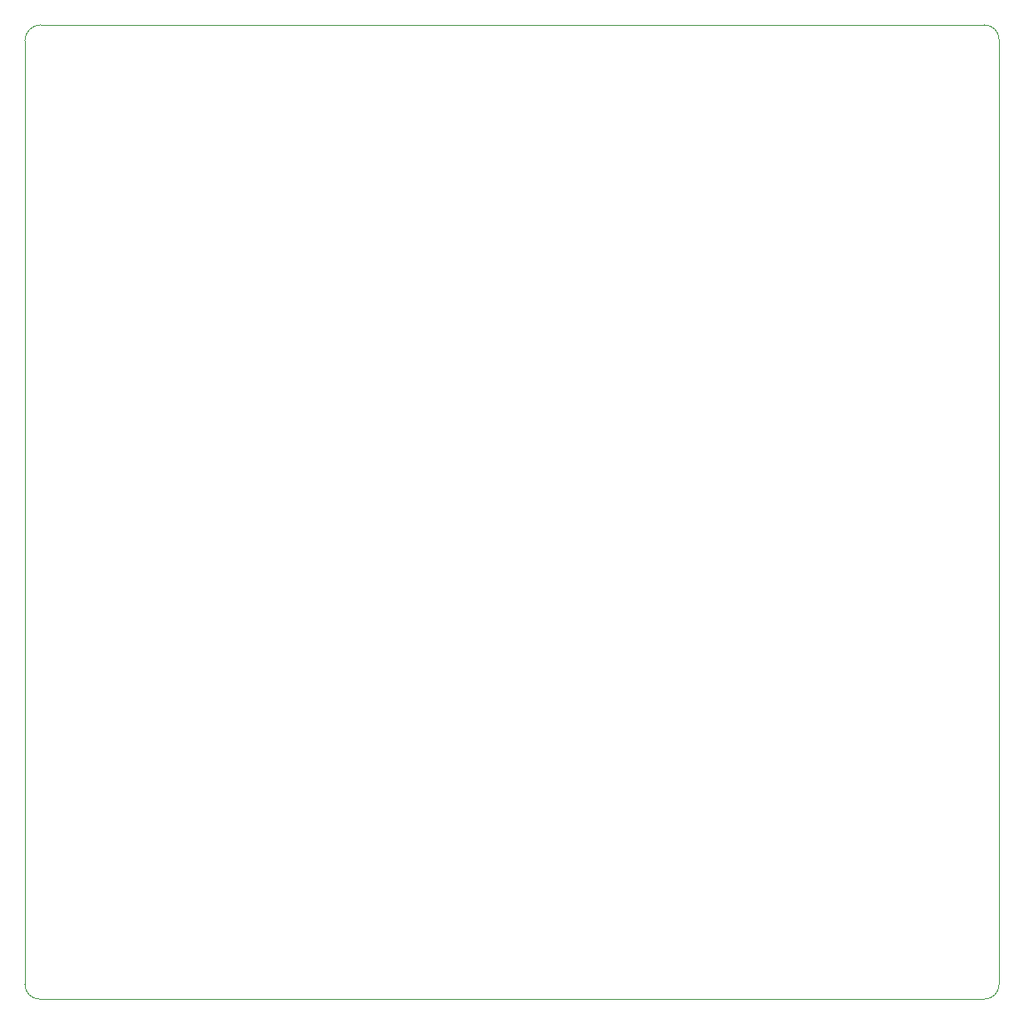
<source format=gko>
%TF.GenerationSoftware,KiCad,Pcbnew,6.0.0-rc1-unknown-4cf4600~66~ubuntu18.10.1*%
%TF.CreationDate,2019-01-20T14:38:02-08:00*%
%TF.ProjectId,PrntrBoardV1,50726e74-7242-46f6-9172-6456312e6b69,rev?*%
%TF.SameCoordinates,PX1303eb8PY7093f24*%
%TF.FileFunction,Profile,NP*%
%FSLAX46Y46*%
G04 Gerber Fmt 4.6, Leading zero omitted, Abs format (unit mm)*
G04 Created by KiCad (PCBNEW 6.0.0-rc1-unknown-4cf4600~66~ubuntu18.10.1) date Sun 20 Jan 2019 02:38:02 PM PST*
%MOMM*%
%LPD*%
G04 APERTURE LIST*
%ADD10C,0.100000*%
G04 APERTURE END LIST*
D10*
X1561000Y46500D02*
G75*
G02X61000Y1546500I0J1500000D01*
G01*
X99061000Y1546500D02*
G75*
G02X97561000Y46500I-1500000J0D01*
G01*
X97561000Y99046500D02*
G75*
G02X99061000Y97546500I0J-1500000D01*
G01*
X61000Y97446500D02*
G75*
G02X1661000Y99046500I1600000J0D01*
G01*
X1661000Y99046500D02*
X97561000Y99046500D01*
X61000Y1546500D02*
X61000Y97446500D01*
X97561000Y46500D02*
X1561000Y46500D01*
X99061000Y97546500D02*
X99061000Y1546500D01*
M02*

</source>
